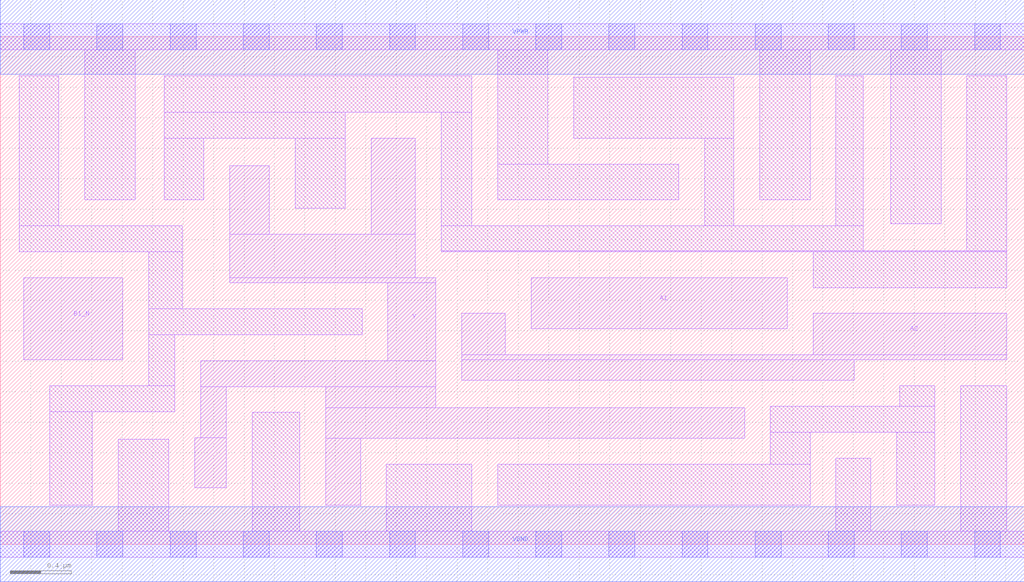
<source format=lef>
# Copyright 2020 The SkyWater PDK Authors
#
# Licensed under the Apache License, Version 2.0 (the "License");
# you may not use this file except in compliance with the License.
# You may obtain a copy of the License at
#
#     https://www.apache.org/licenses/LICENSE-2.0
#
# Unless required by applicable law or agreed to in writing, software
# distributed under the License is distributed on an "AS IS" BASIS,
# WITHOUT WARRANTIES OR CONDITIONS OF ANY KIND, either express or implied.
# See the License for the specific language governing permissions and
# limitations under the License.
#
# SPDX-License-Identifier: Apache-2.0

VERSION 5.7 ;
  NAMESCASESENSITIVE ON ;
  NOWIREEXTENSIONATPIN ON ;
  DIVIDERCHAR "/" ;
  BUSBITCHARS "[]" ;
UNITS
  DATABASE MICRONS 200 ;
END UNITS
MACRO sky130_fd_sc_lp__a21boi_4
  CLASS CORE ;
  FOREIGN sky130_fd_sc_lp__a21boi_4 ;
  ORIGIN  0.000000  0.000000 ;
  SIZE  6.720000 BY  3.330000 ;
  SYMMETRY X Y R90 ;
  SITE unit ;
  PIN A1
    ANTENNAGATEAREA  1.260000 ;
    DIRECTION INPUT ;
    USE SIGNAL ;
    PORT
      LAYER li1 ;
        RECT 3.485000 1.415000 5.165000 1.750000 ;
    END
  END A1
  PIN A2
    ANTENNAGATEAREA  1.260000 ;
    DIRECTION INPUT ;
    USE SIGNAL ;
    PORT
      LAYER li1 ;
        RECT 3.030000 1.075000 5.605000 1.210000 ;
        RECT 3.030000 1.210000 6.605000 1.245000 ;
        RECT 3.030000 1.245000 3.315000 1.515000 ;
        RECT 5.335000 1.245000 6.605000 1.515000 ;
    END
  END A2
  PIN B1_N
    ANTENNAGATEAREA  0.315000 ;
    DIRECTION INPUT ;
    USE SIGNAL ;
    PORT
      LAYER li1 ;
        RECT 0.155000 1.210000 0.805000 1.750000 ;
    END
  END B1_N
  PIN Y
    ANTENNADIFFAREA  1.646400 ;
    DIRECTION OUTPUT ;
    USE SIGNAL ;
    PORT
      LAYER li1 ;
        RECT 1.275000 0.370000 1.485000 0.700000 ;
        RECT 1.315000 0.700000 1.485000 1.035000 ;
        RECT 1.315000 1.035000 2.860000 1.205000 ;
        RECT 1.505000 1.715000 2.860000 1.750000 ;
        RECT 1.505000 1.750000 2.725000 2.035000 ;
        RECT 1.505000 2.035000 1.765000 2.485000 ;
        RECT 2.135000 0.255000 2.365000 0.695000 ;
        RECT 2.135000 0.695000 4.885000 0.895000 ;
        RECT 2.135000 0.895000 2.860000 1.035000 ;
        RECT 2.435000 2.035000 2.725000 2.665000 ;
        RECT 2.545000 1.205000 2.860000 1.715000 ;
    END
  END Y
  PIN VGND
    DIRECTION INOUT ;
    USE GROUND ;
    PORT
      LAYER met1 ;
        RECT 0.000000 -0.245000 6.720000 0.245000 ;
    END
  END VGND
  PIN VPWR
    DIRECTION INOUT ;
    USE POWER ;
    PORT
      LAYER met1 ;
        RECT 0.000000 3.085000 6.720000 3.575000 ;
    END
  END VPWR
  OBS
    LAYER li1 ;
      RECT 0.000000 -0.085000 6.720000 0.085000 ;
      RECT 0.000000  3.245000 6.720000 3.415000 ;
      RECT 0.125000  1.920000 1.195000 2.090000 ;
      RECT 0.125000  2.090000 0.385000 3.075000 ;
      RECT 0.325000  0.255000 0.605000 0.870000 ;
      RECT 0.325000  0.870000 1.145000 1.040000 ;
      RECT 0.555000  2.260000 0.885000 3.245000 ;
      RECT 0.775000  0.085000 1.105000 0.690000 ;
      RECT 0.975000  1.040000 1.145000 1.375000 ;
      RECT 0.975000  1.375000 2.375000 1.545000 ;
      RECT 0.975000  1.545000 1.195000 1.920000 ;
      RECT 1.075000  2.260000 1.335000 2.665000 ;
      RECT 1.075000  2.665000 2.265000 2.835000 ;
      RECT 1.075000  2.835000 3.095000 3.075000 ;
      RECT 1.655000  0.085000 1.965000 0.865000 ;
      RECT 1.935000  2.205000 2.265000 2.665000 ;
      RECT 2.535000  0.085000 3.095000 0.525000 ;
      RECT 2.895000  1.920000 6.605000 1.925000 ;
      RECT 2.895000  1.925000 5.665000 2.090000 ;
      RECT 2.895000  2.090000 3.095000 2.835000 ;
      RECT 3.265000  0.255000 5.315000 0.525000 ;
      RECT 3.265000  2.260000 4.455000 2.495000 ;
      RECT 3.265000  2.495000 3.595000 3.245000 ;
      RECT 3.765000  2.665000 4.815000 3.065000 ;
      RECT 4.625000  2.090000 4.815000 2.665000 ;
      RECT 4.985000  2.260000 5.315000 3.245000 ;
      RECT 5.055000  0.525000 5.315000 0.735000 ;
      RECT 5.055000  0.735000 6.135000 0.905000 ;
      RECT 5.335000  1.685000 6.605000 1.920000 ;
      RECT 5.485000  0.085000 5.715000 0.565000 ;
      RECT 5.485000  2.090000 5.665000 3.075000 ;
      RECT 5.845000  2.105000 6.175000 3.245000 ;
      RECT 5.885000  0.255000 6.135000 0.735000 ;
      RECT 5.905000  0.905000 6.135000 1.040000 ;
      RECT 6.305000  0.085000 6.605000 1.040000 ;
      RECT 6.345000  1.925000 6.605000 3.075000 ;
    LAYER mcon ;
      RECT 0.155000 -0.085000 0.325000 0.085000 ;
      RECT 0.155000  3.245000 0.325000 3.415000 ;
      RECT 0.635000 -0.085000 0.805000 0.085000 ;
      RECT 0.635000  3.245000 0.805000 3.415000 ;
      RECT 1.115000 -0.085000 1.285000 0.085000 ;
      RECT 1.115000  3.245000 1.285000 3.415000 ;
      RECT 1.595000 -0.085000 1.765000 0.085000 ;
      RECT 1.595000  3.245000 1.765000 3.415000 ;
      RECT 2.075000 -0.085000 2.245000 0.085000 ;
      RECT 2.075000  3.245000 2.245000 3.415000 ;
      RECT 2.555000 -0.085000 2.725000 0.085000 ;
      RECT 2.555000  3.245000 2.725000 3.415000 ;
      RECT 3.035000 -0.085000 3.205000 0.085000 ;
      RECT 3.035000  3.245000 3.205000 3.415000 ;
      RECT 3.515000 -0.085000 3.685000 0.085000 ;
      RECT 3.515000  3.245000 3.685000 3.415000 ;
      RECT 3.995000 -0.085000 4.165000 0.085000 ;
      RECT 3.995000  3.245000 4.165000 3.415000 ;
      RECT 4.475000 -0.085000 4.645000 0.085000 ;
      RECT 4.475000  3.245000 4.645000 3.415000 ;
      RECT 4.955000 -0.085000 5.125000 0.085000 ;
      RECT 4.955000  3.245000 5.125000 3.415000 ;
      RECT 5.435000 -0.085000 5.605000 0.085000 ;
      RECT 5.435000  3.245000 5.605000 3.415000 ;
      RECT 5.915000 -0.085000 6.085000 0.085000 ;
      RECT 5.915000  3.245000 6.085000 3.415000 ;
      RECT 6.395000 -0.085000 6.565000 0.085000 ;
      RECT 6.395000  3.245000 6.565000 3.415000 ;
  END
END sky130_fd_sc_lp__a21boi_4
END LIBRARY

</source>
